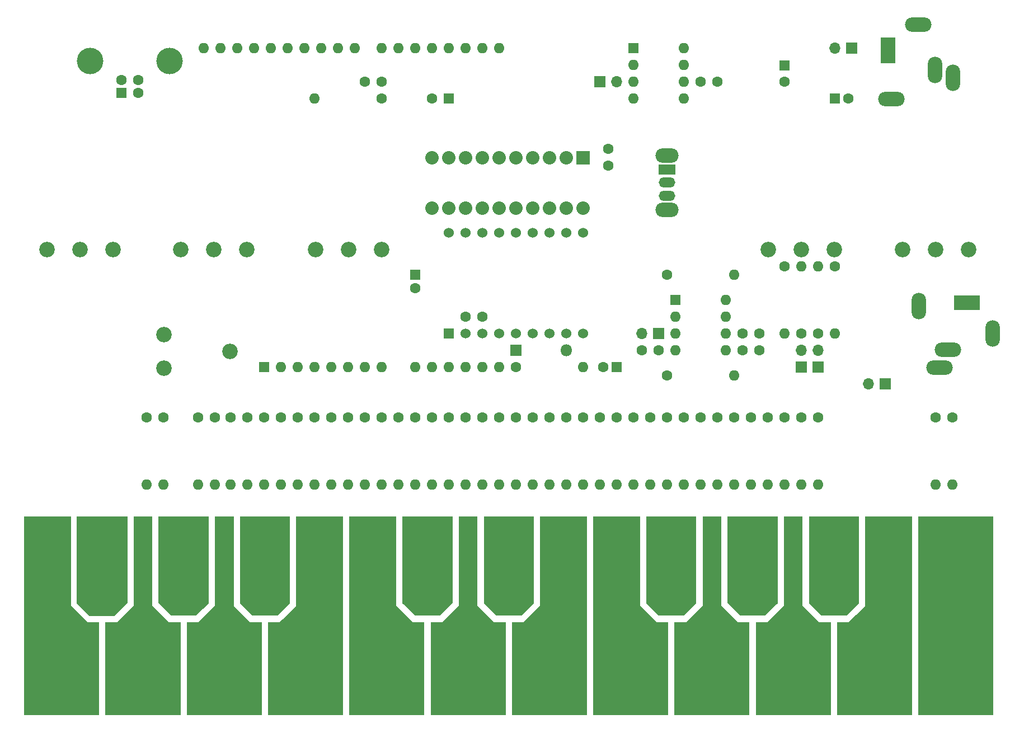
<source format=gbr>
%TF.GenerationSoftware,KiCad,Pcbnew,(6.0.2)*%
%TF.CreationDate,2022-03-12T15:20:27+01:00*%
%TF.ProjectId,hardware,68617264-7761-4726-952e-6b696361645f,rev?*%
%TF.SameCoordinates,Original*%
%TF.FileFunction,Soldermask,Top*%
%TF.FilePolarity,Negative*%
%FSLAX46Y46*%
G04 Gerber Fmt 4.6, Leading zero omitted, Abs format (unit mm)*
G04 Created by KiCad (PCBNEW (6.0.2)) date 2022-03-12 15:20:27*
%MOMM*%
%LPD*%
G01*
G04 APERTURE LIST*
G04 Aperture macros list*
%AMFreePoly0*
4,1,8,5.329152,14.575350,7.775791,12.140177,9.586970,12.140177,9.586970,-1.985799,-1.767270,-1.985799,-1.767270,28.149653,5.329152,28.149653,5.329152,14.575350,5.329152,14.575350,$1*%
%AMFreePoly1*
4,1,16,3.684809,-0.274624,3.684810,-0.274625,3.620300,-0.338833,3.620300,-0.348088,3.620301,-0.348089,1.727993,-2.231542,1.727993,-2.231543,-2.056797,-2.231543,-2.056798,-2.231544,-3.949177,-0.348090,-3.949178,-0.348090,-3.949178,12.836189,-3.884669,12.836189,-3.884669,12.909653,3.684809,12.909653,3.684809,-0.274624,3.684809,-0.274624,$1*%
%AMFreePoly2*
4,1,11,4.929624,14.575350,7.376221,12.140177,9.187460,12.140177,9.187460,-1.985799,-2.166777,-1.985799,-2.166777,12.140177,-0.355638,12.140177,2.091062,14.575351,2.091062,28.149653,4.929624,28.149653,4.929624,14.575350,4.929624,14.575350,$1*%
%AMFreePoly3*
4,1,11,3.285301,-0.274626,3.285300,-0.274626,1.392896,-2.158078,1.392896,-2.158079,-2.391817,-2.158079,-2.391817,-2.158078,-4.284225,-0.274626,-4.284226,-0.274626,-4.284226,12.909653,3.285301,12.909653,3.285301,-0.274626,3.285301,-0.274626,$1*%
%AMFreePoly4*
4,1,12,4.530013,28.149651,4.530015,14.575350,6.976719,12.140177,8.787854,12.140177,8.787854,-1.985799,-2.566385,-1.985799,-2.566385,12.140177,-0.755144,12.140177,1.691451,14.575350,1.691451,28.149653,4.530013,28.149653,4.530013,28.149651,4.530013,28.149651,$1*%
%AMFreePoly5*
4,1,11,2.885796,-0.274626,2.885795,-0.274626,0.993390,-2.158078,0.993390,-2.158079,-2.791427,-2.158079,-2.791428,-2.158080,-4.683735,-0.274626,-4.683736,-0.274626,-4.683736,12.909653,2.885796,12.909653,2.885796,-0.274626,2.885796,-0.274626,$1*%
%AMFreePoly6*
4,1,8,8.388345,-1.985799,-2.965893,-1.985799,-2.965893,12.140177,-1.154651,12.140177,1.291946,14.575351,1.291946,28.149653,8.388345,28.149653,8.388345,-1.985799,8.388345,-1.985799,$1*%
%AMFreePoly7*
4,1,8,3.731001,14.575350,6.177595,12.140177,7.988837,12.140177,7.988837,-1.985799,-3.365501,-1.985799,-3.365501,28.149653,3.731001,28.149653,3.731001,14.575350,3.731001,14.575350,$1*%
%AMFreePoly8*
4,1,11,4.626680,-0.274626,4.626679,-0.274626,2.734265,-2.158078,2.734265,-2.158079,-1.050446,-2.158079,-1.050446,-2.158078,-2.942848,-0.274626,-2.942849,-0.274626,-2.942849,12.909653,4.626680,12.909653,4.626680,-0.274626,4.626680,-0.274626,$1*%
%AMFreePoly9*
4,1,11,3.331393,14.575350,5.778087,12.140177,7.589236,12.140177,7.589236,-1.985799,-3.765010,-1.985799,-3.765010,12.140177,-1.953768,12.140177,0.492829,14.575351,0.492829,28.149653,3.331393,28.149653,3.331393,14.575350,3.331393,14.575350,$1*%
%AMFreePoly10*
4,1,11,4.227064,-0.274626,4.227063,-0.274626,2.334768,-2.158078,2.334768,-2.158079,-1.450052,-2.158079,-1.450053,-2.158080,-3.342357,-0.274626,-3.342358,-0.274626,-3.342358,12.909653,4.227064,12.909653,4.227064,-0.274626,4.227064,-0.274626,$1*%
%AMFreePoly11*
4,1,8,7.189705,-1.985799,-4.164522,-1.985799,-4.164522,12.140177,-2.353372,12.140177,0.093313,14.575350,0.093313,28.149653,7.189712,28.149653,7.189705,-1.985799,7.189705,-1.985799,$1*%
%AMFreePoly12*
4,1,8,5.072269,14.575350,7.518954,12.140177,9.330204,12.140177,9.330204,-1.985799,-2.024145,-1.985799,-2.024145,28.149653,5.072269,28.149653,5.072269,14.575350,5.072269,14.575350,$1*%
%AMFreePoly13*
4,1,11,5.967940,-0.274624,5.967941,-0.274625,4.075629,-2.158078,4.075629,-2.158079,0.290930,-2.158079,0.290929,-2.158080,-1.601481,-0.274626,-1.601482,-0.274626,-1.601482,12.909653,5.967940,12.909653,5.967940,-0.274624,5.967940,-0.274624,$1*%
%AMFreePoly14*
4,1,12,4.672959,28.149651,4.672967,14.575350,7.118950,12.140177,8.931107,12.140177,8.931107,-1.985799,-2.423647,-1.985799,-2.423647,12.140177,-0.612404,12.140177,1.834197,14.575350,1.834197,28.149653,4.672959,28.149653,4.672959,28.149651,4.672959,28.149651,$1*%
%AMFreePoly15*
4,1,11,5.568233,-0.274624,5.568234,-0.274625,3.675716,-2.158078,3.675716,-2.158079,-0.108290,-2.158079,-0.108290,-2.158078,-2.000776,-0.274626,-2.000777,-0.274626,-2.000777,12.909653,5.568233,12.909653,5.568233,-0.274624,5.568233,-0.274624,$1*%
%AMFreePoly16*
4,1,11,4.273252,14.575350,6.720249,12.140177,8.531400,12.140177,8.531400,-1.985799,-2.823651,-1.985799,-2.823651,12.140177,-1.011501,12.140177,1.434482,14.575350,1.434482,28.149653,4.273252,28.149653,4.273252,14.575350,4.273252,14.575350,$1*%
%AMFreePoly17*
4,1,11,5.168534,-0.274626,5.168533,-0.274626,3.277024,-2.158078,3.277024,-2.158079,-0.507988,-2.158079,-0.507989,-2.158080,-2.400506,-0.274626,-2.400507,-0.274626,-2.400507,12.909653,5.168534,12.909653,5.168534,-0.274626,5.168534,-0.274626,$1*%
%AMFreePoly18*
4,1,8,8.131693,-1.985799,-3.222359,-1.985799,-3.222359,12.140177,-1.411208,12.140177,1.034782,14.575350,1.034782,28.149653,8.131693,28.149653,8.131693,-1.985799,8.131693,-1.985799,$1*%
%AMFreePoly19*
4,1,5,10.271971,-1.985799,-1.082066,-1.985799,-1.082066,28.149653,10.271971,28.149653,10.271971,-1.985799,10.271971,-1.985799,$1*%
G04 Aperture macros list end*
%ADD10C,1.600000*%
%ADD11O,1.600000X1.600000*%
%ADD12R,2.032000X2.032000*%
%ADD13C,2.032000*%
%ADD14R,1.600000X1.600000*%
%ADD15R,1.700000X1.700000*%
%ADD16O,1.700000X1.700000*%
%ADD17C,4.000000*%
%ADD18C,2.340000*%
%ADD19O,2.200000X4.000000*%
%ADD20O,4.000000X2.200000*%
%ADD21R,2.200000X4.000000*%
%ADD22R,1.800000X1.800000*%
%ADD23O,1.800000X1.800000*%
%ADD24O,3.500000X2.200000*%
%ADD25R,2.500000X1.500000*%
%ADD26O,2.500000X1.500000*%
%ADD27R,4.000000X2.200000*%
%ADD28FreePoly0,0.000000*%
%ADD29FreePoly1,0.000000*%
%ADD30FreePoly2,0.000000*%
%ADD31FreePoly3,0.000000*%
%ADD32FreePoly4,0.000000*%
%ADD33FreePoly5,0.000000*%
%ADD34FreePoly6,0.000000*%
%ADD35FreePoly7,0.000000*%
%ADD36FreePoly8,0.000000*%
%ADD37FreePoly9,0.000000*%
%ADD38FreePoly10,0.000000*%
%ADD39FreePoly11,0.000000*%
%ADD40FreePoly12,0.000000*%
%ADD41FreePoly13,0.000000*%
%ADD42FreePoly14,0.000000*%
%ADD43FreePoly15,0.000000*%
%ADD44FreePoly16,0.000000*%
%ADD45FreePoly17,0.000000*%
%ADD46FreePoly18,0.000000*%
%ADD47FreePoly19,0.000000*%
%ADD48R,1.524000X1.524000*%
%ADD49C,1.524000*%
G04 APERTURE END LIST*
D10*
%TO.C,R48*%
X144780000Y-58420000D03*
D11*
X144780000Y-68580000D03*
%TD*%
D10*
%TO.C,R27*%
X106680000Y-81280000D03*
D11*
X106680000Y-91440000D03*
%TD*%
D10*
%TO.C,R12*%
X71120000Y-81280000D03*
D11*
X71120000Y-91440000D03*
%TD*%
D10*
%TO.C,R42*%
X160020000Y-81280000D03*
D11*
X160020000Y-91440000D03*
%TD*%
D10*
%TO.C,R47*%
X142240000Y-68580000D03*
D11*
X142240000Y-58420000D03*
%TD*%
D10*
%TO.C,R50*%
X137160000Y-58420000D03*
D11*
X137160000Y-68580000D03*
%TD*%
D10*
%TO.C,R33*%
X121920000Y-81280000D03*
D11*
X121920000Y-91440000D03*
%TD*%
D10*
%TO.C,R36*%
X129540000Y-81280000D03*
D11*
X129540000Y-91440000D03*
%TD*%
D10*
%TO.C,R21*%
X93980000Y-81280000D03*
D11*
X93980000Y-91440000D03*
%TD*%
D10*
%TO.C,R5*%
X53340000Y-81280000D03*
D11*
X53340000Y-91440000D03*
%TD*%
D10*
%TO.C,R13*%
X73660000Y-81280000D03*
D11*
X73660000Y-91440000D03*
%TD*%
D10*
%TO.C,R11*%
X68580000Y-81280000D03*
D11*
X68580000Y-91440000D03*
%TD*%
D10*
%TO.C,R22*%
X96520000Y-81280000D03*
D11*
X96520000Y-91440000D03*
%TD*%
D10*
%TO.C,R38*%
X134620000Y-81280000D03*
D11*
X134620000Y-91440000D03*
%TD*%
D12*
%TO.C,BAR1*%
X106680000Y-42017500D03*
D13*
X104140000Y-42017500D03*
X101600000Y-42017500D03*
X99060000Y-42017500D03*
X96520000Y-42017500D03*
X93980000Y-42017500D03*
X91440000Y-42017500D03*
X88900000Y-42017500D03*
X86360000Y-42017500D03*
X83820000Y-42017500D03*
X83820000Y-49637500D03*
X86360000Y-49637500D03*
X88900000Y-49637500D03*
X91440000Y-49637500D03*
X93980000Y-49637500D03*
X96520000Y-49637500D03*
X99060000Y-49637500D03*
X101600000Y-49637500D03*
X104140000Y-49637500D03*
X106680000Y-49637500D03*
%TD*%
D10*
%TO.C,R41*%
X142240000Y-81280000D03*
D11*
X142240000Y-91440000D03*
%TD*%
D10*
%TO.C,R46*%
X119390000Y-59690000D03*
D11*
X129550000Y-59690000D03*
%TD*%
D14*
%TO.C,C10*%
X86360000Y-33020000D03*
D10*
X83860000Y-33020000D03*
%TD*%
D15*
%TO.C,J2*%
X118120000Y-68580000D03*
D16*
X115580000Y-68580000D03*
%TD*%
D14*
%TO.C,J3*%
X36850000Y-32187500D03*
D10*
X39350000Y-32187500D03*
X39350000Y-30187500D03*
X36850000Y-30187500D03*
D17*
X44100000Y-27327500D03*
X32100000Y-27327500D03*
%TD*%
D10*
%TO.C,R6*%
X55880000Y-81280000D03*
D11*
X55880000Y-91440000D03*
%TD*%
D18*
%TO.C,RV5*%
X165020000Y-55880000D03*
X160020000Y-55880000D03*
X155020000Y-55880000D03*
%TD*%
D14*
%TO.C,U3*%
X114300000Y-25400000D03*
D11*
X114300000Y-27940000D03*
X114300000Y-30480000D03*
X114300000Y-33020000D03*
X121920000Y-33020000D03*
X121920000Y-30480000D03*
X121920000Y-27940000D03*
X121920000Y-25400000D03*
%TD*%
D14*
%TO.C,C7*%
X111760000Y-73660000D03*
D10*
X109760000Y-73660000D03*
%TD*%
D19*
%TO.C,J6*%
X162622500Y-29850000D03*
X159922500Y-28650000D03*
D20*
X157422500Y-21850000D03*
D21*
X152822500Y-25750000D03*
D20*
X153322500Y-33050000D03*
%TD*%
D10*
%TO.C,R17*%
X83820000Y-81280000D03*
D11*
X83820000Y-91440000D03*
%TD*%
D10*
%TO.C,R7*%
X58420000Y-81280000D03*
D11*
X58420000Y-91440000D03*
%TD*%
D10*
%TO.C,R3*%
X48460000Y-81280000D03*
D11*
X48460000Y-91440000D03*
%TD*%
D10*
%TO.C,R20*%
X91440000Y-81280000D03*
D11*
X91440000Y-91440000D03*
%TD*%
D10*
%TO.C,R16*%
X81280000Y-81280000D03*
D11*
X81280000Y-91440000D03*
%TD*%
D22*
%TO.C,D1*%
X96520000Y-71120000D03*
D23*
X104140000Y-71120000D03*
%TD*%
D10*
%TO.C,C4*%
X88900000Y-66040000D03*
X91400000Y-66040000D03*
%TD*%
%TO.C,R10*%
X66040000Y-81280000D03*
D11*
X66040000Y-91440000D03*
%TD*%
D18*
%TO.C,RV3*%
X76200000Y-55880000D03*
X71200000Y-55880000D03*
X66200000Y-55880000D03*
%TD*%
D10*
%TO.C,C1*%
X115580000Y-71080000D03*
X118080000Y-71080000D03*
%TD*%
%TO.C,R15*%
X78740000Y-81280000D03*
D11*
X78740000Y-91440000D03*
%TD*%
D10*
%TO.C,R8*%
X60960000Y-81280000D03*
D11*
X60960000Y-91440000D03*
%TD*%
D10*
%TO.C,R9*%
X63500000Y-81280000D03*
D11*
X63500000Y-91440000D03*
%TD*%
D10*
%TO.C,C3*%
X130820000Y-68580000D03*
X133320000Y-68580000D03*
%TD*%
%TO.C,R43*%
X162560000Y-81280000D03*
D11*
X162560000Y-91440000D03*
%TD*%
D18*
%TO.C,RV6*%
X144700000Y-55880000D03*
X139700000Y-55880000D03*
X134700000Y-55880000D03*
%TD*%
D15*
%TO.C,J7*%
X142240000Y-73660000D03*
D16*
X142240000Y-71120000D03*
%TD*%
D10*
%TO.C,C5*%
X110490000Y-40640000D03*
X110490000Y-43140000D03*
%TD*%
D24*
%TO.C,SW1*%
X119380000Y-49820000D03*
X119380000Y-41620000D03*
D25*
X119380000Y-43720000D03*
D26*
X119380000Y-45720000D03*
X119380000Y-47720000D03*
%TD*%
D10*
%TO.C,R25*%
X101600000Y-81280000D03*
D11*
X101600000Y-91440000D03*
%TD*%
D14*
%TO.C,C9*%
X137160000Y-27980000D03*
D10*
X137160000Y-30480000D03*
%TD*%
D18*
%TO.C,RV1*%
X35560000Y-55880000D03*
X30560000Y-55880000D03*
X25560000Y-55880000D03*
%TD*%
%TO.C,RV2*%
X55800000Y-55880000D03*
X50800000Y-55880000D03*
X45800000Y-55880000D03*
%TD*%
D10*
%TO.C,R2*%
X43180000Y-81280000D03*
D11*
X43180000Y-91440000D03*
%TD*%
D10*
%TO.C,C6*%
X127000000Y-30480000D03*
X124500000Y-30480000D03*
%TD*%
%TO.C,R18*%
X86360000Y-81280000D03*
D11*
X86360000Y-91440000D03*
%TD*%
D10*
%TO.C,C12*%
X76200000Y-30480000D03*
X73700000Y-30480000D03*
%TD*%
D20*
%TO.C,J4*%
X160650000Y-73722500D03*
X161850000Y-71022500D03*
D19*
X168650000Y-68522500D03*
D27*
X164750000Y-63922500D03*
D19*
X157450000Y-64422500D03*
%TD*%
D10*
%TO.C,R29*%
X111760000Y-81280000D03*
D11*
X111760000Y-91440000D03*
%TD*%
D10*
%TO.C,R26*%
X104140000Y-81280000D03*
D11*
X104140000Y-91440000D03*
%TD*%
D10*
%TO.C,R34*%
X124460000Y-81280000D03*
D11*
X124460000Y-91440000D03*
%TD*%
D10*
%TO.C,R1*%
X40640000Y-81280000D03*
D11*
X40640000Y-91440000D03*
%TD*%
D15*
%TO.C,J8*%
X109220000Y-30480000D03*
D16*
X111760000Y-30480000D03*
%TD*%
D14*
%TO.C,C8*%
X144780000Y-33020000D03*
D10*
X146780000Y-33020000D03*
%TD*%
%TO.C,R14*%
X76200000Y-81280000D03*
D11*
X76200000Y-91440000D03*
%TD*%
D10*
%TO.C,R24*%
X99060000Y-81280000D03*
D11*
X99060000Y-91440000D03*
%TD*%
D10*
%TO.C,R49*%
X139700000Y-68580000D03*
D11*
X139700000Y-58420000D03*
%TD*%
D28*
%TO.C,KB1*%
X23913447Y-124386744D03*
D29*
X34073447Y-109146744D03*
D30*
X36613447Y-124386744D03*
D31*
X46773447Y-109146744D03*
D32*
X49313447Y-124386744D03*
D33*
X59473447Y-109146744D03*
D34*
X62013447Y-124386744D03*
D35*
X74713447Y-124386744D03*
D36*
X82333447Y-109146744D03*
D37*
X87413447Y-124386744D03*
D38*
X95033447Y-109146744D03*
D39*
X100113447Y-124386744D03*
D40*
X110273447Y-124386744D03*
D41*
X117893447Y-109146744D03*
D42*
X122973447Y-124386744D03*
D43*
X130593447Y-109146744D03*
D44*
X135673447Y-124386744D03*
D45*
X143293447Y-109146744D03*
D46*
X148373447Y-124386744D03*
D47*
X158533447Y-124386744D03*
%TD*%
D10*
%TO.C,R28*%
X109220000Y-81280000D03*
D11*
X109220000Y-91440000D03*
%TD*%
D10*
%TO.C,R32*%
X119380000Y-81280000D03*
D11*
X119380000Y-91440000D03*
%TD*%
D10*
%TO.C,R39*%
X137160000Y-81280000D03*
D11*
X137160000Y-91440000D03*
%TD*%
D15*
%TO.C,J1*%
X152400000Y-76200000D03*
D16*
X149860000Y-76200000D03*
%TD*%
D18*
%TO.C,RV4*%
X43260000Y-73770000D03*
X53260000Y-71270000D03*
X43260000Y-68770000D03*
%TD*%
D15*
%TO.C,J5*%
X147320000Y-25400000D03*
D16*
X144780000Y-25400000D03*
%TD*%
D10*
%TO.C,C2*%
X130820000Y-71120000D03*
X133320000Y-71120000D03*
%TD*%
%TO.C,R35*%
X127000000Y-81280000D03*
D11*
X127000000Y-91440000D03*
%TD*%
D10*
%TO.C,R31*%
X116840000Y-81280000D03*
D11*
X116840000Y-91440000D03*
%TD*%
D10*
%TO.C,R23*%
X119390000Y-74930000D03*
D11*
X129550000Y-74930000D03*
%TD*%
D10*
%TO.C,R37*%
X132080000Y-81280000D03*
D11*
X132080000Y-91440000D03*
%TD*%
D10*
%TO.C,R4*%
X51000000Y-81280000D03*
D11*
X51000000Y-91440000D03*
%TD*%
D10*
%TO.C,R44*%
X96520000Y-73660000D03*
D11*
X106680000Y-73660000D03*
%TD*%
D14*
%TO.C,U1*%
X120660000Y-63500000D03*
D11*
X120660000Y-66040000D03*
X120660000Y-68580000D03*
X120660000Y-71120000D03*
X128280000Y-71120000D03*
X128280000Y-68580000D03*
X128280000Y-66040000D03*
X128280000Y-63500000D03*
%TD*%
D10*
%TO.C,R45*%
X76200000Y-33020000D03*
D11*
X66040000Y-33020000D03*
%TD*%
D14*
%TO.C,C11*%
X81280000Y-59690000D03*
D10*
X81280000Y-61690000D03*
%TD*%
D48*
%TO.C,U2*%
X86360000Y-68580000D03*
D49*
X88900000Y-68580000D03*
X91440000Y-68580000D03*
X93980000Y-68580000D03*
X96520000Y-68580000D03*
X99060000Y-68580000D03*
X101600000Y-68580000D03*
X104140000Y-68580000D03*
X106680000Y-68580000D03*
X106680000Y-53340000D03*
X104140000Y-53340000D03*
X101600000Y-53340000D03*
X99060000Y-53340000D03*
X96520000Y-53340000D03*
X93980000Y-53340000D03*
X91440000Y-53340000D03*
X88900000Y-53340000D03*
X86360000Y-53340000D03*
%TD*%
D10*
%TO.C,R19*%
X88900000Y-81280000D03*
D11*
X88900000Y-91440000D03*
%TD*%
D10*
%TO.C,R40*%
X139700000Y-81280000D03*
D11*
X139700000Y-91440000D03*
%TD*%
D15*
%TO.C,J9*%
X139700000Y-73660000D03*
D16*
X139700000Y-71120000D03*
%TD*%
D10*
%TO.C,R30*%
X114300000Y-81280000D03*
D11*
X114300000Y-91440000D03*
%TD*%
D14*
%TO.C,A1*%
X58420000Y-73660000D03*
D11*
X60960000Y-73660000D03*
X63500000Y-73660000D03*
X66040000Y-73660000D03*
X68580000Y-73660000D03*
X71120000Y-73660000D03*
X73660000Y-73660000D03*
X76200000Y-73660000D03*
X81280000Y-73660000D03*
X83820000Y-73660000D03*
X86360000Y-73660000D03*
X88900000Y-73660000D03*
X91440000Y-73660000D03*
X93980000Y-73660000D03*
X93980000Y-25400000D03*
X91440000Y-25400000D03*
X88900000Y-25400000D03*
X86360000Y-25400000D03*
X83820000Y-25400000D03*
X81280000Y-25400000D03*
X78740000Y-25400000D03*
X76200000Y-25400000D03*
X72140000Y-25400000D03*
X69600000Y-25400000D03*
X67060000Y-25400000D03*
X64520000Y-25400000D03*
X61980000Y-25400000D03*
X59440000Y-25400000D03*
X56900000Y-25400000D03*
X54360000Y-25400000D03*
X51820000Y-25400000D03*
X49280000Y-25400000D03*
%TD*%
M02*

</source>
